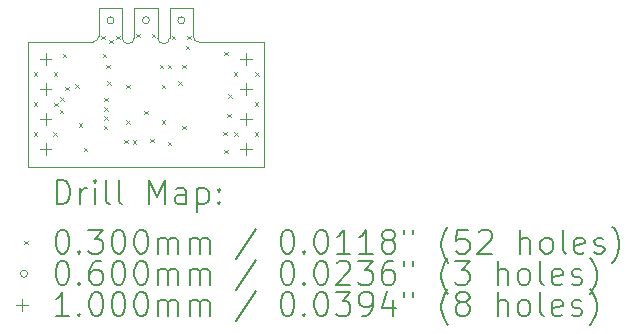
<source format=gbr>
%TF.GenerationSoftware,KiCad,Pcbnew,7.0.2-6a45011f42~172~ubuntu22.04.1*%
%TF.CreationDate,2023-05-29T23:15:50+12:00*%
%TF.ProjectId,THE_BRAWN-20A_LOGIC,5448455f-4252-4415-974e-2d3230415f4c,v2.0*%
%TF.SameCoordinates,Original*%
%TF.FileFunction,Drillmap*%
%TF.FilePolarity,Positive*%
%FSLAX45Y45*%
G04 Gerber Fmt 4.5, Leading zero omitted, Abs format (unit mm)*
G04 Created by KiCad (PCBNEW 7.0.2-6a45011f42~172~ubuntu22.04.1) date 2023-05-29 23:15:50*
%MOMM*%
%LPD*%
G01*
G04 APERTURE LIST*
%ADD10C,0.050000*%
%ADD11C,0.200000*%
%ADD12C,0.030000*%
%ADD13C,0.060000*%
%ADD14C,0.100000*%
G04 APERTURE END LIST*
D10*
X14650000Y-15120000D02*
X14450000Y-15120000D01*
X14350000Y-15370000D02*
X14350000Y-15120000D01*
X14950000Y-15120000D02*
X14950000Y-15355000D01*
X14150000Y-15120000D02*
X14150000Y-15355000D01*
X15550000Y-15405000D02*
X15550000Y-16460000D01*
X14950000Y-15355000D02*
G75*
G03*
X15000000Y-15405000I50000J0D01*
G01*
X14750000Y-15120000D02*
X14950000Y-15120000D01*
X13550000Y-15405000D02*
X13550000Y-16460000D01*
X14450000Y-15120000D02*
X14450000Y-15370000D01*
X14350000Y-15120000D02*
X14150000Y-15120000D01*
X14100000Y-15405000D02*
G75*
G03*
X14150000Y-15355000I0J50000D01*
G01*
X14700000Y-15420000D02*
G75*
G03*
X14750000Y-15370000I0J50000D01*
G01*
X14650000Y-15370000D02*
G75*
G03*
X14700000Y-15420000I50000J0D01*
G01*
X14750000Y-15120000D02*
X14750000Y-15370000D01*
X15550000Y-16460000D02*
X13550000Y-16460000D01*
X13550000Y-15405000D02*
X14100000Y-15405000D01*
X15000000Y-15405000D02*
X15550000Y-15405000D01*
X14400000Y-15420000D02*
G75*
G03*
X14450000Y-15370000I0J50000D01*
G01*
X14350000Y-15370000D02*
G75*
G03*
X14400000Y-15420000I50000J0D01*
G01*
X14650000Y-15370000D02*
X14650000Y-15120000D01*
D11*
D12*
X13600000Y-15662500D02*
X13630000Y-15692500D01*
X13630000Y-15662500D02*
X13600000Y-15692500D01*
X13600000Y-15915000D02*
X13630000Y-15945000D01*
X13630000Y-15915000D02*
X13600000Y-15945000D01*
X13600000Y-16170000D02*
X13630000Y-16200000D01*
X13630000Y-16170000D02*
X13600000Y-16200000D01*
X13767222Y-16170112D02*
X13797222Y-16200112D01*
X13797222Y-16170112D02*
X13767222Y-16200112D01*
X13770000Y-15662500D02*
X13800000Y-15692500D01*
X13800000Y-15662500D02*
X13770000Y-15692500D01*
X13772500Y-15917500D02*
X13802500Y-15947500D01*
X13802500Y-15917500D02*
X13772500Y-15947500D01*
X13819380Y-15977550D02*
X13849380Y-16007550D01*
X13849380Y-15977550D02*
X13819380Y-16007550D01*
X13824630Y-15870857D02*
X13854630Y-15900857D01*
X13854630Y-15870857D02*
X13824630Y-15900857D01*
X13845000Y-15505000D02*
X13875000Y-15535000D01*
X13875000Y-15505000D02*
X13845000Y-15535000D01*
X13864950Y-15783262D02*
X13894950Y-15813262D01*
X13894950Y-15783262D02*
X13864950Y-15813262D01*
X13950000Y-15760000D02*
X13980000Y-15790000D01*
X13980000Y-15760000D02*
X13950000Y-15790000D01*
X13982450Y-16092450D02*
X14012450Y-16122450D01*
X14012450Y-16092450D02*
X13982450Y-16122450D01*
X14022550Y-16300050D02*
X14052550Y-16330050D01*
X14052550Y-16300050D02*
X14022550Y-16330050D01*
X14170000Y-15349950D02*
X14200000Y-15379950D01*
X14200000Y-15349950D02*
X14170000Y-15379950D01*
X14185050Y-15504350D02*
X14215050Y-15534350D01*
X14215050Y-15504350D02*
X14185050Y-15534350D01*
X14192500Y-16115000D02*
X14222500Y-16145000D01*
X14222500Y-16115000D02*
X14192500Y-16145000D01*
X14195000Y-15875000D02*
X14225000Y-15905000D01*
X14225000Y-15875000D02*
X14195000Y-15905000D01*
X14195000Y-15955000D02*
X14225000Y-15985000D01*
X14225000Y-15955000D02*
X14195000Y-15985000D01*
X14195000Y-16035000D02*
X14225000Y-16065000D01*
X14225000Y-16035000D02*
X14195000Y-16065000D01*
X14215000Y-15595000D02*
X14245000Y-15625000D01*
X14245000Y-15595000D02*
X14215000Y-15625000D01*
X14220000Y-15735000D02*
X14250000Y-15765000D01*
X14250000Y-15735000D02*
X14220000Y-15765000D01*
X14236943Y-15385050D02*
X14266943Y-15415050D01*
X14266943Y-15385050D02*
X14236943Y-15415050D01*
X14297450Y-15349950D02*
X14327450Y-15379950D01*
X14327450Y-15349950D02*
X14297450Y-15379950D01*
X14365086Y-16232257D02*
X14395086Y-16262257D01*
X14395086Y-16232257D02*
X14365086Y-16262257D01*
X14385000Y-15765000D02*
X14415000Y-15795000D01*
X14415000Y-15765000D02*
X14385000Y-15795000D01*
X14385000Y-16065000D02*
X14415000Y-16095000D01*
X14415000Y-16065000D02*
X14385000Y-16095000D01*
X14440000Y-16235000D02*
X14470000Y-16265000D01*
X14470000Y-16235000D02*
X14440000Y-16265000D01*
X14470000Y-15335000D02*
X14500000Y-15365000D01*
X14500000Y-15335000D02*
X14470000Y-15365000D01*
X14535000Y-15985000D02*
X14565000Y-16015000D01*
X14565000Y-15985000D02*
X14535000Y-16015000D01*
X14585000Y-16225000D02*
X14615000Y-16255000D01*
X14615000Y-16225000D02*
X14585000Y-16255000D01*
X14600000Y-15335000D02*
X14630000Y-15365000D01*
X14630000Y-15335000D02*
X14600000Y-15365000D01*
X14665595Y-15594950D02*
X14695595Y-15624950D01*
X14695595Y-15594950D02*
X14665595Y-15624950D01*
X14685000Y-15765000D02*
X14715000Y-15795000D01*
X14715000Y-15765000D02*
X14685000Y-15795000D01*
X14685000Y-16065000D02*
X14715000Y-16095000D01*
X14715000Y-16065000D02*
X14685000Y-16095000D01*
X14735000Y-16250000D02*
X14765000Y-16280000D01*
X14765000Y-16250000D02*
X14735000Y-16280000D01*
X14735545Y-15595000D02*
X14765545Y-15625000D01*
X14765545Y-15595000D02*
X14735545Y-15625000D01*
X14770000Y-15349950D02*
X14800000Y-15379950D01*
X14800000Y-15349950D02*
X14770000Y-15379950D01*
X14825000Y-15735000D02*
X14855000Y-15765000D01*
X14855000Y-15735000D02*
X14825000Y-15765000D01*
X14855000Y-15595000D02*
X14885000Y-15625000D01*
X14885000Y-15595000D02*
X14855000Y-15625000D01*
X14855000Y-16115000D02*
X14885000Y-16145000D01*
X14885000Y-16115000D02*
X14855000Y-16145000D01*
X14884950Y-15434400D02*
X14914950Y-15464400D01*
X14914950Y-15434400D02*
X14884950Y-15464400D01*
X14900000Y-15350000D02*
X14930000Y-15380000D01*
X14930000Y-15350000D02*
X14900000Y-15380000D01*
X15205000Y-16165000D02*
X15235000Y-16195000D01*
X15235000Y-16165000D02*
X15205000Y-16195000D01*
X15215000Y-15485000D02*
X15245000Y-15515000D01*
X15245000Y-15485000D02*
X15215000Y-15515000D01*
X15215000Y-16315000D02*
X15245000Y-16345000D01*
X15245000Y-16315000D02*
X15215000Y-16345000D01*
X15240000Y-16010000D02*
X15270000Y-16040000D01*
X15270000Y-16010000D02*
X15240000Y-16040000D01*
X15245000Y-15845000D02*
X15275000Y-15875000D01*
X15275000Y-15845000D02*
X15245000Y-15875000D01*
X15292500Y-15662500D02*
X15322500Y-15692500D01*
X15322500Y-15662500D02*
X15292500Y-15692500D01*
X15297500Y-16170000D02*
X15327500Y-16200000D01*
X15327500Y-16170000D02*
X15297500Y-16200000D01*
X15472500Y-15915000D02*
X15502500Y-15945000D01*
X15502500Y-15915000D02*
X15472500Y-15945000D01*
X15472500Y-16170000D02*
X15502500Y-16200000D01*
X15502500Y-16170000D02*
X15472500Y-16200000D01*
X15475000Y-15660454D02*
X15505000Y-15690454D01*
X15505000Y-15660454D02*
X15475000Y-15690454D01*
D13*
X14280000Y-15220000D02*
G75*
G03*
X14280000Y-15220000I-30000J0D01*
G01*
X14580000Y-15220000D02*
G75*
G03*
X14580000Y-15220000I-30000J0D01*
G01*
X14880000Y-15220000D02*
G75*
G03*
X14880000Y-15220000I-30000J0D01*
G01*
D14*
X13700000Y-15500000D02*
X13700000Y-15600000D01*
X13650000Y-15550000D02*
X13750000Y-15550000D01*
X13700000Y-15754000D02*
X13700000Y-15854000D01*
X13650000Y-15804000D02*
X13750000Y-15804000D01*
X13700000Y-16008000D02*
X13700000Y-16108000D01*
X13650000Y-16058000D02*
X13750000Y-16058000D01*
X13700000Y-16262000D02*
X13700000Y-16362000D01*
X13650000Y-16312000D02*
X13750000Y-16312000D01*
X15400000Y-15500000D02*
X15400000Y-15600000D01*
X15350000Y-15550000D02*
X15450000Y-15550000D01*
X15400000Y-15754000D02*
X15400000Y-15854000D01*
X15350000Y-15804000D02*
X15450000Y-15804000D01*
X15400000Y-16008000D02*
X15400000Y-16108000D01*
X15350000Y-16058000D02*
X15450000Y-16058000D01*
X15400000Y-16262000D02*
X15400000Y-16362000D01*
X15350000Y-16312000D02*
X15450000Y-16312000D01*
D11*
X13795119Y-16775024D02*
X13795119Y-16575024D01*
X13795119Y-16575024D02*
X13842738Y-16575024D01*
X13842738Y-16575024D02*
X13871309Y-16584548D01*
X13871309Y-16584548D02*
X13890357Y-16603595D01*
X13890357Y-16603595D02*
X13899881Y-16622643D01*
X13899881Y-16622643D02*
X13909405Y-16660738D01*
X13909405Y-16660738D02*
X13909405Y-16689309D01*
X13909405Y-16689309D02*
X13899881Y-16727405D01*
X13899881Y-16727405D02*
X13890357Y-16746452D01*
X13890357Y-16746452D02*
X13871309Y-16765500D01*
X13871309Y-16765500D02*
X13842738Y-16775024D01*
X13842738Y-16775024D02*
X13795119Y-16775024D01*
X13995119Y-16775024D02*
X13995119Y-16641690D01*
X13995119Y-16679786D02*
X14004643Y-16660738D01*
X14004643Y-16660738D02*
X14014167Y-16651214D01*
X14014167Y-16651214D02*
X14033214Y-16641690D01*
X14033214Y-16641690D02*
X14052262Y-16641690D01*
X14118928Y-16775024D02*
X14118928Y-16641690D01*
X14118928Y-16575024D02*
X14109405Y-16584548D01*
X14109405Y-16584548D02*
X14118928Y-16594071D01*
X14118928Y-16594071D02*
X14128452Y-16584548D01*
X14128452Y-16584548D02*
X14118928Y-16575024D01*
X14118928Y-16575024D02*
X14118928Y-16594071D01*
X14242738Y-16775024D02*
X14223690Y-16765500D01*
X14223690Y-16765500D02*
X14214167Y-16746452D01*
X14214167Y-16746452D02*
X14214167Y-16575024D01*
X14347500Y-16775024D02*
X14328452Y-16765500D01*
X14328452Y-16765500D02*
X14318928Y-16746452D01*
X14318928Y-16746452D02*
X14318928Y-16575024D01*
X14576071Y-16775024D02*
X14576071Y-16575024D01*
X14576071Y-16575024D02*
X14642738Y-16717881D01*
X14642738Y-16717881D02*
X14709405Y-16575024D01*
X14709405Y-16575024D02*
X14709405Y-16775024D01*
X14890357Y-16775024D02*
X14890357Y-16670262D01*
X14890357Y-16670262D02*
X14880833Y-16651214D01*
X14880833Y-16651214D02*
X14861786Y-16641690D01*
X14861786Y-16641690D02*
X14823690Y-16641690D01*
X14823690Y-16641690D02*
X14804643Y-16651214D01*
X14890357Y-16765500D02*
X14871309Y-16775024D01*
X14871309Y-16775024D02*
X14823690Y-16775024D01*
X14823690Y-16775024D02*
X14804643Y-16765500D01*
X14804643Y-16765500D02*
X14795119Y-16746452D01*
X14795119Y-16746452D02*
X14795119Y-16727405D01*
X14795119Y-16727405D02*
X14804643Y-16708357D01*
X14804643Y-16708357D02*
X14823690Y-16698833D01*
X14823690Y-16698833D02*
X14871309Y-16698833D01*
X14871309Y-16698833D02*
X14890357Y-16689309D01*
X14985595Y-16641690D02*
X14985595Y-16841690D01*
X14985595Y-16651214D02*
X15004643Y-16641690D01*
X15004643Y-16641690D02*
X15042738Y-16641690D01*
X15042738Y-16641690D02*
X15061786Y-16651214D01*
X15061786Y-16651214D02*
X15071309Y-16660738D01*
X15071309Y-16660738D02*
X15080833Y-16679786D01*
X15080833Y-16679786D02*
X15080833Y-16736928D01*
X15080833Y-16736928D02*
X15071309Y-16755976D01*
X15071309Y-16755976D02*
X15061786Y-16765500D01*
X15061786Y-16765500D02*
X15042738Y-16775024D01*
X15042738Y-16775024D02*
X15004643Y-16775024D01*
X15004643Y-16775024D02*
X14985595Y-16765500D01*
X15166548Y-16755976D02*
X15176071Y-16765500D01*
X15176071Y-16765500D02*
X15166548Y-16775024D01*
X15166548Y-16775024D02*
X15157024Y-16765500D01*
X15157024Y-16765500D02*
X15166548Y-16755976D01*
X15166548Y-16755976D02*
X15166548Y-16775024D01*
X15166548Y-16651214D02*
X15176071Y-16660738D01*
X15176071Y-16660738D02*
X15166548Y-16670262D01*
X15166548Y-16670262D02*
X15157024Y-16660738D01*
X15157024Y-16660738D02*
X15166548Y-16651214D01*
X15166548Y-16651214D02*
X15166548Y-16670262D01*
D12*
X13517500Y-17087500D02*
X13547500Y-17117500D01*
X13547500Y-17087500D02*
X13517500Y-17117500D01*
D11*
X13833214Y-16995024D02*
X13852262Y-16995024D01*
X13852262Y-16995024D02*
X13871309Y-17004548D01*
X13871309Y-17004548D02*
X13880833Y-17014071D01*
X13880833Y-17014071D02*
X13890357Y-17033119D01*
X13890357Y-17033119D02*
X13899881Y-17071214D01*
X13899881Y-17071214D02*
X13899881Y-17118833D01*
X13899881Y-17118833D02*
X13890357Y-17156929D01*
X13890357Y-17156929D02*
X13880833Y-17175976D01*
X13880833Y-17175976D02*
X13871309Y-17185500D01*
X13871309Y-17185500D02*
X13852262Y-17195024D01*
X13852262Y-17195024D02*
X13833214Y-17195024D01*
X13833214Y-17195024D02*
X13814167Y-17185500D01*
X13814167Y-17185500D02*
X13804643Y-17175976D01*
X13804643Y-17175976D02*
X13795119Y-17156929D01*
X13795119Y-17156929D02*
X13785595Y-17118833D01*
X13785595Y-17118833D02*
X13785595Y-17071214D01*
X13785595Y-17071214D02*
X13795119Y-17033119D01*
X13795119Y-17033119D02*
X13804643Y-17014071D01*
X13804643Y-17014071D02*
X13814167Y-17004548D01*
X13814167Y-17004548D02*
X13833214Y-16995024D01*
X13985595Y-17175976D02*
X13995119Y-17185500D01*
X13995119Y-17185500D02*
X13985595Y-17195024D01*
X13985595Y-17195024D02*
X13976071Y-17185500D01*
X13976071Y-17185500D02*
X13985595Y-17175976D01*
X13985595Y-17175976D02*
X13985595Y-17195024D01*
X14061786Y-16995024D02*
X14185595Y-16995024D01*
X14185595Y-16995024D02*
X14118928Y-17071214D01*
X14118928Y-17071214D02*
X14147500Y-17071214D01*
X14147500Y-17071214D02*
X14166548Y-17080738D01*
X14166548Y-17080738D02*
X14176071Y-17090262D01*
X14176071Y-17090262D02*
X14185595Y-17109310D01*
X14185595Y-17109310D02*
X14185595Y-17156929D01*
X14185595Y-17156929D02*
X14176071Y-17175976D01*
X14176071Y-17175976D02*
X14166548Y-17185500D01*
X14166548Y-17185500D02*
X14147500Y-17195024D01*
X14147500Y-17195024D02*
X14090357Y-17195024D01*
X14090357Y-17195024D02*
X14071309Y-17185500D01*
X14071309Y-17185500D02*
X14061786Y-17175976D01*
X14309405Y-16995024D02*
X14328452Y-16995024D01*
X14328452Y-16995024D02*
X14347500Y-17004548D01*
X14347500Y-17004548D02*
X14357024Y-17014071D01*
X14357024Y-17014071D02*
X14366548Y-17033119D01*
X14366548Y-17033119D02*
X14376071Y-17071214D01*
X14376071Y-17071214D02*
X14376071Y-17118833D01*
X14376071Y-17118833D02*
X14366548Y-17156929D01*
X14366548Y-17156929D02*
X14357024Y-17175976D01*
X14357024Y-17175976D02*
X14347500Y-17185500D01*
X14347500Y-17185500D02*
X14328452Y-17195024D01*
X14328452Y-17195024D02*
X14309405Y-17195024D01*
X14309405Y-17195024D02*
X14290357Y-17185500D01*
X14290357Y-17185500D02*
X14280833Y-17175976D01*
X14280833Y-17175976D02*
X14271309Y-17156929D01*
X14271309Y-17156929D02*
X14261786Y-17118833D01*
X14261786Y-17118833D02*
X14261786Y-17071214D01*
X14261786Y-17071214D02*
X14271309Y-17033119D01*
X14271309Y-17033119D02*
X14280833Y-17014071D01*
X14280833Y-17014071D02*
X14290357Y-17004548D01*
X14290357Y-17004548D02*
X14309405Y-16995024D01*
X14499881Y-16995024D02*
X14518929Y-16995024D01*
X14518929Y-16995024D02*
X14537976Y-17004548D01*
X14537976Y-17004548D02*
X14547500Y-17014071D01*
X14547500Y-17014071D02*
X14557024Y-17033119D01*
X14557024Y-17033119D02*
X14566548Y-17071214D01*
X14566548Y-17071214D02*
X14566548Y-17118833D01*
X14566548Y-17118833D02*
X14557024Y-17156929D01*
X14557024Y-17156929D02*
X14547500Y-17175976D01*
X14547500Y-17175976D02*
X14537976Y-17185500D01*
X14537976Y-17185500D02*
X14518929Y-17195024D01*
X14518929Y-17195024D02*
X14499881Y-17195024D01*
X14499881Y-17195024D02*
X14480833Y-17185500D01*
X14480833Y-17185500D02*
X14471309Y-17175976D01*
X14471309Y-17175976D02*
X14461786Y-17156929D01*
X14461786Y-17156929D02*
X14452262Y-17118833D01*
X14452262Y-17118833D02*
X14452262Y-17071214D01*
X14452262Y-17071214D02*
X14461786Y-17033119D01*
X14461786Y-17033119D02*
X14471309Y-17014071D01*
X14471309Y-17014071D02*
X14480833Y-17004548D01*
X14480833Y-17004548D02*
X14499881Y-16995024D01*
X14652262Y-17195024D02*
X14652262Y-17061690D01*
X14652262Y-17080738D02*
X14661786Y-17071214D01*
X14661786Y-17071214D02*
X14680833Y-17061690D01*
X14680833Y-17061690D02*
X14709405Y-17061690D01*
X14709405Y-17061690D02*
X14728452Y-17071214D01*
X14728452Y-17071214D02*
X14737976Y-17090262D01*
X14737976Y-17090262D02*
X14737976Y-17195024D01*
X14737976Y-17090262D02*
X14747500Y-17071214D01*
X14747500Y-17071214D02*
X14766548Y-17061690D01*
X14766548Y-17061690D02*
X14795119Y-17061690D01*
X14795119Y-17061690D02*
X14814167Y-17071214D01*
X14814167Y-17071214D02*
X14823690Y-17090262D01*
X14823690Y-17090262D02*
X14823690Y-17195024D01*
X14918929Y-17195024D02*
X14918929Y-17061690D01*
X14918929Y-17080738D02*
X14928452Y-17071214D01*
X14928452Y-17071214D02*
X14947500Y-17061690D01*
X14947500Y-17061690D02*
X14976071Y-17061690D01*
X14976071Y-17061690D02*
X14995119Y-17071214D01*
X14995119Y-17071214D02*
X15004643Y-17090262D01*
X15004643Y-17090262D02*
X15004643Y-17195024D01*
X15004643Y-17090262D02*
X15014167Y-17071214D01*
X15014167Y-17071214D02*
X15033214Y-17061690D01*
X15033214Y-17061690D02*
X15061786Y-17061690D01*
X15061786Y-17061690D02*
X15080833Y-17071214D01*
X15080833Y-17071214D02*
X15090357Y-17090262D01*
X15090357Y-17090262D02*
X15090357Y-17195024D01*
X15480833Y-16985500D02*
X15309405Y-17242643D01*
X15737976Y-16995024D02*
X15757024Y-16995024D01*
X15757024Y-16995024D02*
X15776072Y-17004548D01*
X15776072Y-17004548D02*
X15785595Y-17014071D01*
X15785595Y-17014071D02*
X15795119Y-17033119D01*
X15795119Y-17033119D02*
X15804643Y-17071214D01*
X15804643Y-17071214D02*
X15804643Y-17118833D01*
X15804643Y-17118833D02*
X15795119Y-17156929D01*
X15795119Y-17156929D02*
X15785595Y-17175976D01*
X15785595Y-17175976D02*
X15776072Y-17185500D01*
X15776072Y-17185500D02*
X15757024Y-17195024D01*
X15757024Y-17195024D02*
X15737976Y-17195024D01*
X15737976Y-17195024D02*
X15718929Y-17185500D01*
X15718929Y-17185500D02*
X15709405Y-17175976D01*
X15709405Y-17175976D02*
X15699881Y-17156929D01*
X15699881Y-17156929D02*
X15690357Y-17118833D01*
X15690357Y-17118833D02*
X15690357Y-17071214D01*
X15690357Y-17071214D02*
X15699881Y-17033119D01*
X15699881Y-17033119D02*
X15709405Y-17014071D01*
X15709405Y-17014071D02*
X15718929Y-17004548D01*
X15718929Y-17004548D02*
X15737976Y-16995024D01*
X15890357Y-17175976D02*
X15899881Y-17185500D01*
X15899881Y-17185500D02*
X15890357Y-17195024D01*
X15890357Y-17195024D02*
X15880833Y-17185500D01*
X15880833Y-17185500D02*
X15890357Y-17175976D01*
X15890357Y-17175976D02*
X15890357Y-17195024D01*
X16023691Y-16995024D02*
X16042738Y-16995024D01*
X16042738Y-16995024D02*
X16061786Y-17004548D01*
X16061786Y-17004548D02*
X16071310Y-17014071D01*
X16071310Y-17014071D02*
X16080833Y-17033119D01*
X16080833Y-17033119D02*
X16090357Y-17071214D01*
X16090357Y-17071214D02*
X16090357Y-17118833D01*
X16090357Y-17118833D02*
X16080833Y-17156929D01*
X16080833Y-17156929D02*
X16071310Y-17175976D01*
X16071310Y-17175976D02*
X16061786Y-17185500D01*
X16061786Y-17185500D02*
X16042738Y-17195024D01*
X16042738Y-17195024D02*
X16023691Y-17195024D01*
X16023691Y-17195024D02*
X16004643Y-17185500D01*
X16004643Y-17185500D02*
X15995119Y-17175976D01*
X15995119Y-17175976D02*
X15985595Y-17156929D01*
X15985595Y-17156929D02*
X15976072Y-17118833D01*
X15976072Y-17118833D02*
X15976072Y-17071214D01*
X15976072Y-17071214D02*
X15985595Y-17033119D01*
X15985595Y-17033119D02*
X15995119Y-17014071D01*
X15995119Y-17014071D02*
X16004643Y-17004548D01*
X16004643Y-17004548D02*
X16023691Y-16995024D01*
X16280833Y-17195024D02*
X16166548Y-17195024D01*
X16223691Y-17195024D02*
X16223691Y-16995024D01*
X16223691Y-16995024D02*
X16204643Y-17023595D01*
X16204643Y-17023595D02*
X16185595Y-17042643D01*
X16185595Y-17042643D02*
X16166548Y-17052167D01*
X16471310Y-17195024D02*
X16357024Y-17195024D01*
X16414167Y-17195024D02*
X16414167Y-16995024D01*
X16414167Y-16995024D02*
X16395119Y-17023595D01*
X16395119Y-17023595D02*
X16376072Y-17042643D01*
X16376072Y-17042643D02*
X16357024Y-17052167D01*
X16585595Y-17080738D02*
X16566548Y-17071214D01*
X16566548Y-17071214D02*
X16557024Y-17061690D01*
X16557024Y-17061690D02*
X16547500Y-17042643D01*
X16547500Y-17042643D02*
X16547500Y-17033119D01*
X16547500Y-17033119D02*
X16557024Y-17014071D01*
X16557024Y-17014071D02*
X16566548Y-17004548D01*
X16566548Y-17004548D02*
X16585595Y-16995024D01*
X16585595Y-16995024D02*
X16623691Y-16995024D01*
X16623691Y-16995024D02*
X16642738Y-17004548D01*
X16642738Y-17004548D02*
X16652262Y-17014071D01*
X16652262Y-17014071D02*
X16661786Y-17033119D01*
X16661786Y-17033119D02*
X16661786Y-17042643D01*
X16661786Y-17042643D02*
X16652262Y-17061690D01*
X16652262Y-17061690D02*
X16642738Y-17071214D01*
X16642738Y-17071214D02*
X16623691Y-17080738D01*
X16623691Y-17080738D02*
X16585595Y-17080738D01*
X16585595Y-17080738D02*
X16566548Y-17090262D01*
X16566548Y-17090262D02*
X16557024Y-17099786D01*
X16557024Y-17099786D02*
X16547500Y-17118833D01*
X16547500Y-17118833D02*
X16547500Y-17156929D01*
X16547500Y-17156929D02*
X16557024Y-17175976D01*
X16557024Y-17175976D02*
X16566548Y-17185500D01*
X16566548Y-17185500D02*
X16585595Y-17195024D01*
X16585595Y-17195024D02*
X16623691Y-17195024D01*
X16623691Y-17195024D02*
X16642738Y-17185500D01*
X16642738Y-17185500D02*
X16652262Y-17175976D01*
X16652262Y-17175976D02*
X16661786Y-17156929D01*
X16661786Y-17156929D02*
X16661786Y-17118833D01*
X16661786Y-17118833D02*
X16652262Y-17099786D01*
X16652262Y-17099786D02*
X16642738Y-17090262D01*
X16642738Y-17090262D02*
X16623691Y-17080738D01*
X16737976Y-16995024D02*
X16737976Y-17033119D01*
X16814167Y-16995024D02*
X16814167Y-17033119D01*
X17109405Y-17271214D02*
X17099881Y-17261690D01*
X17099881Y-17261690D02*
X17080834Y-17233119D01*
X17080834Y-17233119D02*
X17071310Y-17214071D01*
X17071310Y-17214071D02*
X17061786Y-17185500D01*
X17061786Y-17185500D02*
X17052262Y-17137881D01*
X17052262Y-17137881D02*
X17052262Y-17099786D01*
X17052262Y-17099786D02*
X17061786Y-17052167D01*
X17061786Y-17052167D02*
X17071310Y-17023595D01*
X17071310Y-17023595D02*
X17080834Y-17004548D01*
X17080834Y-17004548D02*
X17099881Y-16975976D01*
X17099881Y-16975976D02*
X17109405Y-16966452D01*
X17280834Y-16995024D02*
X17185596Y-16995024D01*
X17185596Y-16995024D02*
X17176072Y-17090262D01*
X17176072Y-17090262D02*
X17185596Y-17080738D01*
X17185596Y-17080738D02*
X17204643Y-17071214D01*
X17204643Y-17071214D02*
X17252262Y-17071214D01*
X17252262Y-17071214D02*
X17271310Y-17080738D01*
X17271310Y-17080738D02*
X17280834Y-17090262D01*
X17280834Y-17090262D02*
X17290357Y-17109310D01*
X17290357Y-17109310D02*
X17290357Y-17156929D01*
X17290357Y-17156929D02*
X17280834Y-17175976D01*
X17280834Y-17175976D02*
X17271310Y-17185500D01*
X17271310Y-17185500D02*
X17252262Y-17195024D01*
X17252262Y-17195024D02*
X17204643Y-17195024D01*
X17204643Y-17195024D02*
X17185596Y-17185500D01*
X17185596Y-17185500D02*
X17176072Y-17175976D01*
X17366548Y-17014071D02*
X17376072Y-17004548D01*
X17376072Y-17004548D02*
X17395119Y-16995024D01*
X17395119Y-16995024D02*
X17442738Y-16995024D01*
X17442738Y-16995024D02*
X17461786Y-17004548D01*
X17461786Y-17004548D02*
X17471310Y-17014071D01*
X17471310Y-17014071D02*
X17480834Y-17033119D01*
X17480834Y-17033119D02*
X17480834Y-17052167D01*
X17480834Y-17052167D02*
X17471310Y-17080738D01*
X17471310Y-17080738D02*
X17357024Y-17195024D01*
X17357024Y-17195024D02*
X17480834Y-17195024D01*
X17718929Y-17195024D02*
X17718929Y-16995024D01*
X17804643Y-17195024D02*
X17804643Y-17090262D01*
X17804643Y-17090262D02*
X17795119Y-17071214D01*
X17795119Y-17071214D02*
X17776072Y-17061690D01*
X17776072Y-17061690D02*
X17747500Y-17061690D01*
X17747500Y-17061690D02*
X17728453Y-17071214D01*
X17728453Y-17071214D02*
X17718929Y-17080738D01*
X17928453Y-17195024D02*
X17909405Y-17185500D01*
X17909405Y-17185500D02*
X17899881Y-17175976D01*
X17899881Y-17175976D02*
X17890358Y-17156929D01*
X17890358Y-17156929D02*
X17890358Y-17099786D01*
X17890358Y-17099786D02*
X17899881Y-17080738D01*
X17899881Y-17080738D02*
X17909405Y-17071214D01*
X17909405Y-17071214D02*
X17928453Y-17061690D01*
X17928453Y-17061690D02*
X17957024Y-17061690D01*
X17957024Y-17061690D02*
X17976072Y-17071214D01*
X17976072Y-17071214D02*
X17985596Y-17080738D01*
X17985596Y-17080738D02*
X17995119Y-17099786D01*
X17995119Y-17099786D02*
X17995119Y-17156929D01*
X17995119Y-17156929D02*
X17985596Y-17175976D01*
X17985596Y-17175976D02*
X17976072Y-17185500D01*
X17976072Y-17185500D02*
X17957024Y-17195024D01*
X17957024Y-17195024D02*
X17928453Y-17195024D01*
X18109405Y-17195024D02*
X18090358Y-17185500D01*
X18090358Y-17185500D02*
X18080834Y-17166452D01*
X18080834Y-17166452D02*
X18080834Y-16995024D01*
X18261786Y-17185500D02*
X18242739Y-17195024D01*
X18242739Y-17195024D02*
X18204643Y-17195024D01*
X18204643Y-17195024D02*
X18185596Y-17185500D01*
X18185596Y-17185500D02*
X18176072Y-17166452D01*
X18176072Y-17166452D02*
X18176072Y-17090262D01*
X18176072Y-17090262D02*
X18185596Y-17071214D01*
X18185596Y-17071214D02*
X18204643Y-17061690D01*
X18204643Y-17061690D02*
X18242739Y-17061690D01*
X18242739Y-17061690D02*
X18261786Y-17071214D01*
X18261786Y-17071214D02*
X18271310Y-17090262D01*
X18271310Y-17090262D02*
X18271310Y-17109310D01*
X18271310Y-17109310D02*
X18176072Y-17128357D01*
X18347500Y-17185500D02*
X18366548Y-17195024D01*
X18366548Y-17195024D02*
X18404643Y-17195024D01*
X18404643Y-17195024D02*
X18423691Y-17185500D01*
X18423691Y-17185500D02*
X18433215Y-17166452D01*
X18433215Y-17166452D02*
X18433215Y-17156929D01*
X18433215Y-17156929D02*
X18423691Y-17137881D01*
X18423691Y-17137881D02*
X18404643Y-17128357D01*
X18404643Y-17128357D02*
X18376072Y-17128357D01*
X18376072Y-17128357D02*
X18357024Y-17118833D01*
X18357024Y-17118833D02*
X18347500Y-17099786D01*
X18347500Y-17099786D02*
X18347500Y-17090262D01*
X18347500Y-17090262D02*
X18357024Y-17071214D01*
X18357024Y-17071214D02*
X18376072Y-17061690D01*
X18376072Y-17061690D02*
X18404643Y-17061690D01*
X18404643Y-17061690D02*
X18423691Y-17071214D01*
X18499881Y-17271214D02*
X18509405Y-17261690D01*
X18509405Y-17261690D02*
X18528453Y-17233119D01*
X18528453Y-17233119D02*
X18537977Y-17214071D01*
X18537977Y-17214071D02*
X18547500Y-17185500D01*
X18547500Y-17185500D02*
X18557024Y-17137881D01*
X18557024Y-17137881D02*
X18557024Y-17099786D01*
X18557024Y-17099786D02*
X18547500Y-17052167D01*
X18547500Y-17052167D02*
X18537977Y-17023595D01*
X18537977Y-17023595D02*
X18528453Y-17004548D01*
X18528453Y-17004548D02*
X18509405Y-16975976D01*
X18509405Y-16975976D02*
X18499881Y-16966452D01*
D13*
X13547500Y-17366500D02*
G75*
G03*
X13547500Y-17366500I-30000J0D01*
G01*
D11*
X13833214Y-17259024D02*
X13852262Y-17259024D01*
X13852262Y-17259024D02*
X13871309Y-17268548D01*
X13871309Y-17268548D02*
X13880833Y-17278071D01*
X13880833Y-17278071D02*
X13890357Y-17297119D01*
X13890357Y-17297119D02*
X13899881Y-17335214D01*
X13899881Y-17335214D02*
X13899881Y-17382833D01*
X13899881Y-17382833D02*
X13890357Y-17420929D01*
X13890357Y-17420929D02*
X13880833Y-17439976D01*
X13880833Y-17439976D02*
X13871309Y-17449500D01*
X13871309Y-17449500D02*
X13852262Y-17459024D01*
X13852262Y-17459024D02*
X13833214Y-17459024D01*
X13833214Y-17459024D02*
X13814167Y-17449500D01*
X13814167Y-17449500D02*
X13804643Y-17439976D01*
X13804643Y-17439976D02*
X13795119Y-17420929D01*
X13795119Y-17420929D02*
X13785595Y-17382833D01*
X13785595Y-17382833D02*
X13785595Y-17335214D01*
X13785595Y-17335214D02*
X13795119Y-17297119D01*
X13795119Y-17297119D02*
X13804643Y-17278071D01*
X13804643Y-17278071D02*
X13814167Y-17268548D01*
X13814167Y-17268548D02*
X13833214Y-17259024D01*
X13985595Y-17439976D02*
X13995119Y-17449500D01*
X13995119Y-17449500D02*
X13985595Y-17459024D01*
X13985595Y-17459024D02*
X13976071Y-17449500D01*
X13976071Y-17449500D02*
X13985595Y-17439976D01*
X13985595Y-17439976D02*
X13985595Y-17459024D01*
X14166548Y-17259024D02*
X14128452Y-17259024D01*
X14128452Y-17259024D02*
X14109405Y-17268548D01*
X14109405Y-17268548D02*
X14099881Y-17278071D01*
X14099881Y-17278071D02*
X14080833Y-17306643D01*
X14080833Y-17306643D02*
X14071309Y-17344738D01*
X14071309Y-17344738D02*
X14071309Y-17420929D01*
X14071309Y-17420929D02*
X14080833Y-17439976D01*
X14080833Y-17439976D02*
X14090357Y-17449500D01*
X14090357Y-17449500D02*
X14109405Y-17459024D01*
X14109405Y-17459024D02*
X14147500Y-17459024D01*
X14147500Y-17459024D02*
X14166548Y-17449500D01*
X14166548Y-17449500D02*
X14176071Y-17439976D01*
X14176071Y-17439976D02*
X14185595Y-17420929D01*
X14185595Y-17420929D02*
X14185595Y-17373310D01*
X14185595Y-17373310D02*
X14176071Y-17354262D01*
X14176071Y-17354262D02*
X14166548Y-17344738D01*
X14166548Y-17344738D02*
X14147500Y-17335214D01*
X14147500Y-17335214D02*
X14109405Y-17335214D01*
X14109405Y-17335214D02*
X14090357Y-17344738D01*
X14090357Y-17344738D02*
X14080833Y-17354262D01*
X14080833Y-17354262D02*
X14071309Y-17373310D01*
X14309405Y-17259024D02*
X14328452Y-17259024D01*
X14328452Y-17259024D02*
X14347500Y-17268548D01*
X14347500Y-17268548D02*
X14357024Y-17278071D01*
X14357024Y-17278071D02*
X14366548Y-17297119D01*
X14366548Y-17297119D02*
X14376071Y-17335214D01*
X14376071Y-17335214D02*
X14376071Y-17382833D01*
X14376071Y-17382833D02*
X14366548Y-17420929D01*
X14366548Y-17420929D02*
X14357024Y-17439976D01*
X14357024Y-17439976D02*
X14347500Y-17449500D01*
X14347500Y-17449500D02*
X14328452Y-17459024D01*
X14328452Y-17459024D02*
X14309405Y-17459024D01*
X14309405Y-17459024D02*
X14290357Y-17449500D01*
X14290357Y-17449500D02*
X14280833Y-17439976D01*
X14280833Y-17439976D02*
X14271309Y-17420929D01*
X14271309Y-17420929D02*
X14261786Y-17382833D01*
X14261786Y-17382833D02*
X14261786Y-17335214D01*
X14261786Y-17335214D02*
X14271309Y-17297119D01*
X14271309Y-17297119D02*
X14280833Y-17278071D01*
X14280833Y-17278071D02*
X14290357Y-17268548D01*
X14290357Y-17268548D02*
X14309405Y-17259024D01*
X14499881Y-17259024D02*
X14518929Y-17259024D01*
X14518929Y-17259024D02*
X14537976Y-17268548D01*
X14537976Y-17268548D02*
X14547500Y-17278071D01*
X14547500Y-17278071D02*
X14557024Y-17297119D01*
X14557024Y-17297119D02*
X14566548Y-17335214D01*
X14566548Y-17335214D02*
X14566548Y-17382833D01*
X14566548Y-17382833D02*
X14557024Y-17420929D01*
X14557024Y-17420929D02*
X14547500Y-17439976D01*
X14547500Y-17439976D02*
X14537976Y-17449500D01*
X14537976Y-17449500D02*
X14518929Y-17459024D01*
X14518929Y-17459024D02*
X14499881Y-17459024D01*
X14499881Y-17459024D02*
X14480833Y-17449500D01*
X14480833Y-17449500D02*
X14471309Y-17439976D01*
X14471309Y-17439976D02*
X14461786Y-17420929D01*
X14461786Y-17420929D02*
X14452262Y-17382833D01*
X14452262Y-17382833D02*
X14452262Y-17335214D01*
X14452262Y-17335214D02*
X14461786Y-17297119D01*
X14461786Y-17297119D02*
X14471309Y-17278071D01*
X14471309Y-17278071D02*
X14480833Y-17268548D01*
X14480833Y-17268548D02*
X14499881Y-17259024D01*
X14652262Y-17459024D02*
X14652262Y-17325690D01*
X14652262Y-17344738D02*
X14661786Y-17335214D01*
X14661786Y-17335214D02*
X14680833Y-17325690D01*
X14680833Y-17325690D02*
X14709405Y-17325690D01*
X14709405Y-17325690D02*
X14728452Y-17335214D01*
X14728452Y-17335214D02*
X14737976Y-17354262D01*
X14737976Y-17354262D02*
X14737976Y-17459024D01*
X14737976Y-17354262D02*
X14747500Y-17335214D01*
X14747500Y-17335214D02*
X14766548Y-17325690D01*
X14766548Y-17325690D02*
X14795119Y-17325690D01*
X14795119Y-17325690D02*
X14814167Y-17335214D01*
X14814167Y-17335214D02*
X14823690Y-17354262D01*
X14823690Y-17354262D02*
X14823690Y-17459024D01*
X14918929Y-17459024D02*
X14918929Y-17325690D01*
X14918929Y-17344738D02*
X14928452Y-17335214D01*
X14928452Y-17335214D02*
X14947500Y-17325690D01*
X14947500Y-17325690D02*
X14976071Y-17325690D01*
X14976071Y-17325690D02*
X14995119Y-17335214D01*
X14995119Y-17335214D02*
X15004643Y-17354262D01*
X15004643Y-17354262D02*
X15004643Y-17459024D01*
X15004643Y-17354262D02*
X15014167Y-17335214D01*
X15014167Y-17335214D02*
X15033214Y-17325690D01*
X15033214Y-17325690D02*
X15061786Y-17325690D01*
X15061786Y-17325690D02*
X15080833Y-17335214D01*
X15080833Y-17335214D02*
X15090357Y-17354262D01*
X15090357Y-17354262D02*
X15090357Y-17459024D01*
X15480833Y-17249500D02*
X15309405Y-17506643D01*
X15737976Y-17259024D02*
X15757024Y-17259024D01*
X15757024Y-17259024D02*
X15776072Y-17268548D01*
X15776072Y-17268548D02*
X15785595Y-17278071D01*
X15785595Y-17278071D02*
X15795119Y-17297119D01*
X15795119Y-17297119D02*
X15804643Y-17335214D01*
X15804643Y-17335214D02*
X15804643Y-17382833D01*
X15804643Y-17382833D02*
X15795119Y-17420929D01*
X15795119Y-17420929D02*
X15785595Y-17439976D01*
X15785595Y-17439976D02*
X15776072Y-17449500D01*
X15776072Y-17449500D02*
X15757024Y-17459024D01*
X15757024Y-17459024D02*
X15737976Y-17459024D01*
X15737976Y-17459024D02*
X15718929Y-17449500D01*
X15718929Y-17449500D02*
X15709405Y-17439976D01*
X15709405Y-17439976D02*
X15699881Y-17420929D01*
X15699881Y-17420929D02*
X15690357Y-17382833D01*
X15690357Y-17382833D02*
X15690357Y-17335214D01*
X15690357Y-17335214D02*
X15699881Y-17297119D01*
X15699881Y-17297119D02*
X15709405Y-17278071D01*
X15709405Y-17278071D02*
X15718929Y-17268548D01*
X15718929Y-17268548D02*
X15737976Y-17259024D01*
X15890357Y-17439976D02*
X15899881Y-17449500D01*
X15899881Y-17449500D02*
X15890357Y-17459024D01*
X15890357Y-17459024D02*
X15880833Y-17449500D01*
X15880833Y-17449500D02*
X15890357Y-17439976D01*
X15890357Y-17439976D02*
X15890357Y-17459024D01*
X16023691Y-17259024D02*
X16042738Y-17259024D01*
X16042738Y-17259024D02*
X16061786Y-17268548D01*
X16061786Y-17268548D02*
X16071310Y-17278071D01*
X16071310Y-17278071D02*
X16080833Y-17297119D01*
X16080833Y-17297119D02*
X16090357Y-17335214D01*
X16090357Y-17335214D02*
X16090357Y-17382833D01*
X16090357Y-17382833D02*
X16080833Y-17420929D01*
X16080833Y-17420929D02*
X16071310Y-17439976D01*
X16071310Y-17439976D02*
X16061786Y-17449500D01*
X16061786Y-17449500D02*
X16042738Y-17459024D01*
X16042738Y-17459024D02*
X16023691Y-17459024D01*
X16023691Y-17459024D02*
X16004643Y-17449500D01*
X16004643Y-17449500D02*
X15995119Y-17439976D01*
X15995119Y-17439976D02*
X15985595Y-17420929D01*
X15985595Y-17420929D02*
X15976072Y-17382833D01*
X15976072Y-17382833D02*
X15976072Y-17335214D01*
X15976072Y-17335214D02*
X15985595Y-17297119D01*
X15985595Y-17297119D02*
X15995119Y-17278071D01*
X15995119Y-17278071D02*
X16004643Y-17268548D01*
X16004643Y-17268548D02*
X16023691Y-17259024D01*
X16166548Y-17278071D02*
X16176072Y-17268548D01*
X16176072Y-17268548D02*
X16195119Y-17259024D01*
X16195119Y-17259024D02*
X16242738Y-17259024D01*
X16242738Y-17259024D02*
X16261786Y-17268548D01*
X16261786Y-17268548D02*
X16271310Y-17278071D01*
X16271310Y-17278071D02*
X16280833Y-17297119D01*
X16280833Y-17297119D02*
X16280833Y-17316167D01*
X16280833Y-17316167D02*
X16271310Y-17344738D01*
X16271310Y-17344738D02*
X16157024Y-17459024D01*
X16157024Y-17459024D02*
X16280833Y-17459024D01*
X16347500Y-17259024D02*
X16471310Y-17259024D01*
X16471310Y-17259024D02*
X16404643Y-17335214D01*
X16404643Y-17335214D02*
X16433214Y-17335214D01*
X16433214Y-17335214D02*
X16452262Y-17344738D01*
X16452262Y-17344738D02*
X16461786Y-17354262D01*
X16461786Y-17354262D02*
X16471310Y-17373310D01*
X16471310Y-17373310D02*
X16471310Y-17420929D01*
X16471310Y-17420929D02*
X16461786Y-17439976D01*
X16461786Y-17439976D02*
X16452262Y-17449500D01*
X16452262Y-17449500D02*
X16433214Y-17459024D01*
X16433214Y-17459024D02*
X16376072Y-17459024D01*
X16376072Y-17459024D02*
X16357024Y-17449500D01*
X16357024Y-17449500D02*
X16347500Y-17439976D01*
X16642738Y-17259024D02*
X16604643Y-17259024D01*
X16604643Y-17259024D02*
X16585595Y-17268548D01*
X16585595Y-17268548D02*
X16576072Y-17278071D01*
X16576072Y-17278071D02*
X16557024Y-17306643D01*
X16557024Y-17306643D02*
X16547500Y-17344738D01*
X16547500Y-17344738D02*
X16547500Y-17420929D01*
X16547500Y-17420929D02*
X16557024Y-17439976D01*
X16557024Y-17439976D02*
X16566548Y-17449500D01*
X16566548Y-17449500D02*
X16585595Y-17459024D01*
X16585595Y-17459024D02*
X16623691Y-17459024D01*
X16623691Y-17459024D02*
X16642738Y-17449500D01*
X16642738Y-17449500D02*
X16652262Y-17439976D01*
X16652262Y-17439976D02*
X16661786Y-17420929D01*
X16661786Y-17420929D02*
X16661786Y-17373310D01*
X16661786Y-17373310D02*
X16652262Y-17354262D01*
X16652262Y-17354262D02*
X16642738Y-17344738D01*
X16642738Y-17344738D02*
X16623691Y-17335214D01*
X16623691Y-17335214D02*
X16585595Y-17335214D01*
X16585595Y-17335214D02*
X16566548Y-17344738D01*
X16566548Y-17344738D02*
X16557024Y-17354262D01*
X16557024Y-17354262D02*
X16547500Y-17373310D01*
X16737976Y-17259024D02*
X16737976Y-17297119D01*
X16814167Y-17259024D02*
X16814167Y-17297119D01*
X17109405Y-17535214D02*
X17099881Y-17525690D01*
X17099881Y-17525690D02*
X17080834Y-17497119D01*
X17080834Y-17497119D02*
X17071310Y-17478071D01*
X17071310Y-17478071D02*
X17061786Y-17449500D01*
X17061786Y-17449500D02*
X17052262Y-17401881D01*
X17052262Y-17401881D02*
X17052262Y-17363786D01*
X17052262Y-17363786D02*
X17061786Y-17316167D01*
X17061786Y-17316167D02*
X17071310Y-17287595D01*
X17071310Y-17287595D02*
X17080834Y-17268548D01*
X17080834Y-17268548D02*
X17099881Y-17239976D01*
X17099881Y-17239976D02*
X17109405Y-17230452D01*
X17166548Y-17259024D02*
X17290357Y-17259024D01*
X17290357Y-17259024D02*
X17223691Y-17335214D01*
X17223691Y-17335214D02*
X17252262Y-17335214D01*
X17252262Y-17335214D02*
X17271310Y-17344738D01*
X17271310Y-17344738D02*
X17280834Y-17354262D01*
X17280834Y-17354262D02*
X17290357Y-17373310D01*
X17290357Y-17373310D02*
X17290357Y-17420929D01*
X17290357Y-17420929D02*
X17280834Y-17439976D01*
X17280834Y-17439976D02*
X17271310Y-17449500D01*
X17271310Y-17449500D02*
X17252262Y-17459024D01*
X17252262Y-17459024D02*
X17195119Y-17459024D01*
X17195119Y-17459024D02*
X17176072Y-17449500D01*
X17176072Y-17449500D02*
X17166548Y-17439976D01*
X17528453Y-17459024D02*
X17528453Y-17259024D01*
X17614167Y-17459024D02*
X17614167Y-17354262D01*
X17614167Y-17354262D02*
X17604643Y-17335214D01*
X17604643Y-17335214D02*
X17585596Y-17325690D01*
X17585596Y-17325690D02*
X17557024Y-17325690D01*
X17557024Y-17325690D02*
X17537977Y-17335214D01*
X17537977Y-17335214D02*
X17528453Y-17344738D01*
X17737977Y-17459024D02*
X17718929Y-17449500D01*
X17718929Y-17449500D02*
X17709405Y-17439976D01*
X17709405Y-17439976D02*
X17699881Y-17420929D01*
X17699881Y-17420929D02*
X17699881Y-17363786D01*
X17699881Y-17363786D02*
X17709405Y-17344738D01*
X17709405Y-17344738D02*
X17718929Y-17335214D01*
X17718929Y-17335214D02*
X17737977Y-17325690D01*
X17737977Y-17325690D02*
X17766548Y-17325690D01*
X17766548Y-17325690D02*
X17785596Y-17335214D01*
X17785596Y-17335214D02*
X17795119Y-17344738D01*
X17795119Y-17344738D02*
X17804643Y-17363786D01*
X17804643Y-17363786D02*
X17804643Y-17420929D01*
X17804643Y-17420929D02*
X17795119Y-17439976D01*
X17795119Y-17439976D02*
X17785596Y-17449500D01*
X17785596Y-17449500D02*
X17766548Y-17459024D01*
X17766548Y-17459024D02*
X17737977Y-17459024D01*
X17918929Y-17459024D02*
X17899881Y-17449500D01*
X17899881Y-17449500D02*
X17890358Y-17430452D01*
X17890358Y-17430452D02*
X17890358Y-17259024D01*
X18071310Y-17449500D02*
X18052262Y-17459024D01*
X18052262Y-17459024D02*
X18014167Y-17459024D01*
X18014167Y-17459024D02*
X17995119Y-17449500D01*
X17995119Y-17449500D02*
X17985596Y-17430452D01*
X17985596Y-17430452D02*
X17985596Y-17354262D01*
X17985596Y-17354262D02*
X17995119Y-17335214D01*
X17995119Y-17335214D02*
X18014167Y-17325690D01*
X18014167Y-17325690D02*
X18052262Y-17325690D01*
X18052262Y-17325690D02*
X18071310Y-17335214D01*
X18071310Y-17335214D02*
X18080834Y-17354262D01*
X18080834Y-17354262D02*
X18080834Y-17373310D01*
X18080834Y-17373310D02*
X17985596Y-17392357D01*
X18157024Y-17449500D02*
X18176072Y-17459024D01*
X18176072Y-17459024D02*
X18214167Y-17459024D01*
X18214167Y-17459024D02*
X18233215Y-17449500D01*
X18233215Y-17449500D02*
X18242739Y-17430452D01*
X18242739Y-17430452D02*
X18242739Y-17420929D01*
X18242739Y-17420929D02*
X18233215Y-17401881D01*
X18233215Y-17401881D02*
X18214167Y-17392357D01*
X18214167Y-17392357D02*
X18185596Y-17392357D01*
X18185596Y-17392357D02*
X18166548Y-17382833D01*
X18166548Y-17382833D02*
X18157024Y-17363786D01*
X18157024Y-17363786D02*
X18157024Y-17354262D01*
X18157024Y-17354262D02*
X18166548Y-17335214D01*
X18166548Y-17335214D02*
X18185596Y-17325690D01*
X18185596Y-17325690D02*
X18214167Y-17325690D01*
X18214167Y-17325690D02*
X18233215Y-17335214D01*
X18309405Y-17535214D02*
X18318929Y-17525690D01*
X18318929Y-17525690D02*
X18337977Y-17497119D01*
X18337977Y-17497119D02*
X18347500Y-17478071D01*
X18347500Y-17478071D02*
X18357024Y-17449500D01*
X18357024Y-17449500D02*
X18366548Y-17401881D01*
X18366548Y-17401881D02*
X18366548Y-17363786D01*
X18366548Y-17363786D02*
X18357024Y-17316167D01*
X18357024Y-17316167D02*
X18347500Y-17287595D01*
X18347500Y-17287595D02*
X18337977Y-17268548D01*
X18337977Y-17268548D02*
X18318929Y-17239976D01*
X18318929Y-17239976D02*
X18309405Y-17230452D01*
D14*
X13497500Y-17580500D02*
X13497500Y-17680500D01*
X13447500Y-17630500D02*
X13547500Y-17630500D01*
D11*
X13899881Y-17723024D02*
X13785595Y-17723024D01*
X13842738Y-17723024D02*
X13842738Y-17523024D01*
X13842738Y-17523024D02*
X13823690Y-17551595D01*
X13823690Y-17551595D02*
X13804643Y-17570643D01*
X13804643Y-17570643D02*
X13785595Y-17580167D01*
X13985595Y-17703976D02*
X13995119Y-17713500D01*
X13995119Y-17713500D02*
X13985595Y-17723024D01*
X13985595Y-17723024D02*
X13976071Y-17713500D01*
X13976071Y-17713500D02*
X13985595Y-17703976D01*
X13985595Y-17703976D02*
X13985595Y-17723024D01*
X14118928Y-17523024D02*
X14137976Y-17523024D01*
X14137976Y-17523024D02*
X14157024Y-17532548D01*
X14157024Y-17532548D02*
X14166548Y-17542071D01*
X14166548Y-17542071D02*
X14176071Y-17561119D01*
X14176071Y-17561119D02*
X14185595Y-17599214D01*
X14185595Y-17599214D02*
X14185595Y-17646833D01*
X14185595Y-17646833D02*
X14176071Y-17684929D01*
X14176071Y-17684929D02*
X14166548Y-17703976D01*
X14166548Y-17703976D02*
X14157024Y-17713500D01*
X14157024Y-17713500D02*
X14137976Y-17723024D01*
X14137976Y-17723024D02*
X14118928Y-17723024D01*
X14118928Y-17723024D02*
X14099881Y-17713500D01*
X14099881Y-17713500D02*
X14090357Y-17703976D01*
X14090357Y-17703976D02*
X14080833Y-17684929D01*
X14080833Y-17684929D02*
X14071309Y-17646833D01*
X14071309Y-17646833D02*
X14071309Y-17599214D01*
X14071309Y-17599214D02*
X14080833Y-17561119D01*
X14080833Y-17561119D02*
X14090357Y-17542071D01*
X14090357Y-17542071D02*
X14099881Y-17532548D01*
X14099881Y-17532548D02*
X14118928Y-17523024D01*
X14309405Y-17523024D02*
X14328452Y-17523024D01*
X14328452Y-17523024D02*
X14347500Y-17532548D01*
X14347500Y-17532548D02*
X14357024Y-17542071D01*
X14357024Y-17542071D02*
X14366548Y-17561119D01*
X14366548Y-17561119D02*
X14376071Y-17599214D01*
X14376071Y-17599214D02*
X14376071Y-17646833D01*
X14376071Y-17646833D02*
X14366548Y-17684929D01*
X14366548Y-17684929D02*
X14357024Y-17703976D01*
X14357024Y-17703976D02*
X14347500Y-17713500D01*
X14347500Y-17713500D02*
X14328452Y-17723024D01*
X14328452Y-17723024D02*
X14309405Y-17723024D01*
X14309405Y-17723024D02*
X14290357Y-17713500D01*
X14290357Y-17713500D02*
X14280833Y-17703976D01*
X14280833Y-17703976D02*
X14271309Y-17684929D01*
X14271309Y-17684929D02*
X14261786Y-17646833D01*
X14261786Y-17646833D02*
X14261786Y-17599214D01*
X14261786Y-17599214D02*
X14271309Y-17561119D01*
X14271309Y-17561119D02*
X14280833Y-17542071D01*
X14280833Y-17542071D02*
X14290357Y-17532548D01*
X14290357Y-17532548D02*
X14309405Y-17523024D01*
X14499881Y-17523024D02*
X14518929Y-17523024D01*
X14518929Y-17523024D02*
X14537976Y-17532548D01*
X14537976Y-17532548D02*
X14547500Y-17542071D01*
X14547500Y-17542071D02*
X14557024Y-17561119D01*
X14557024Y-17561119D02*
X14566548Y-17599214D01*
X14566548Y-17599214D02*
X14566548Y-17646833D01*
X14566548Y-17646833D02*
X14557024Y-17684929D01*
X14557024Y-17684929D02*
X14547500Y-17703976D01*
X14547500Y-17703976D02*
X14537976Y-17713500D01*
X14537976Y-17713500D02*
X14518929Y-17723024D01*
X14518929Y-17723024D02*
X14499881Y-17723024D01*
X14499881Y-17723024D02*
X14480833Y-17713500D01*
X14480833Y-17713500D02*
X14471309Y-17703976D01*
X14471309Y-17703976D02*
X14461786Y-17684929D01*
X14461786Y-17684929D02*
X14452262Y-17646833D01*
X14452262Y-17646833D02*
X14452262Y-17599214D01*
X14452262Y-17599214D02*
X14461786Y-17561119D01*
X14461786Y-17561119D02*
X14471309Y-17542071D01*
X14471309Y-17542071D02*
X14480833Y-17532548D01*
X14480833Y-17532548D02*
X14499881Y-17523024D01*
X14652262Y-17723024D02*
X14652262Y-17589690D01*
X14652262Y-17608738D02*
X14661786Y-17599214D01*
X14661786Y-17599214D02*
X14680833Y-17589690D01*
X14680833Y-17589690D02*
X14709405Y-17589690D01*
X14709405Y-17589690D02*
X14728452Y-17599214D01*
X14728452Y-17599214D02*
X14737976Y-17618262D01*
X14737976Y-17618262D02*
X14737976Y-17723024D01*
X14737976Y-17618262D02*
X14747500Y-17599214D01*
X14747500Y-17599214D02*
X14766548Y-17589690D01*
X14766548Y-17589690D02*
X14795119Y-17589690D01*
X14795119Y-17589690D02*
X14814167Y-17599214D01*
X14814167Y-17599214D02*
X14823690Y-17618262D01*
X14823690Y-17618262D02*
X14823690Y-17723024D01*
X14918929Y-17723024D02*
X14918929Y-17589690D01*
X14918929Y-17608738D02*
X14928452Y-17599214D01*
X14928452Y-17599214D02*
X14947500Y-17589690D01*
X14947500Y-17589690D02*
X14976071Y-17589690D01*
X14976071Y-17589690D02*
X14995119Y-17599214D01*
X14995119Y-17599214D02*
X15004643Y-17618262D01*
X15004643Y-17618262D02*
X15004643Y-17723024D01*
X15004643Y-17618262D02*
X15014167Y-17599214D01*
X15014167Y-17599214D02*
X15033214Y-17589690D01*
X15033214Y-17589690D02*
X15061786Y-17589690D01*
X15061786Y-17589690D02*
X15080833Y-17599214D01*
X15080833Y-17599214D02*
X15090357Y-17618262D01*
X15090357Y-17618262D02*
X15090357Y-17723024D01*
X15480833Y-17513500D02*
X15309405Y-17770643D01*
X15737976Y-17523024D02*
X15757024Y-17523024D01*
X15757024Y-17523024D02*
X15776072Y-17532548D01*
X15776072Y-17532548D02*
X15785595Y-17542071D01*
X15785595Y-17542071D02*
X15795119Y-17561119D01*
X15795119Y-17561119D02*
X15804643Y-17599214D01*
X15804643Y-17599214D02*
X15804643Y-17646833D01*
X15804643Y-17646833D02*
X15795119Y-17684929D01*
X15795119Y-17684929D02*
X15785595Y-17703976D01*
X15785595Y-17703976D02*
X15776072Y-17713500D01*
X15776072Y-17713500D02*
X15757024Y-17723024D01*
X15757024Y-17723024D02*
X15737976Y-17723024D01*
X15737976Y-17723024D02*
X15718929Y-17713500D01*
X15718929Y-17713500D02*
X15709405Y-17703976D01*
X15709405Y-17703976D02*
X15699881Y-17684929D01*
X15699881Y-17684929D02*
X15690357Y-17646833D01*
X15690357Y-17646833D02*
X15690357Y-17599214D01*
X15690357Y-17599214D02*
X15699881Y-17561119D01*
X15699881Y-17561119D02*
X15709405Y-17542071D01*
X15709405Y-17542071D02*
X15718929Y-17532548D01*
X15718929Y-17532548D02*
X15737976Y-17523024D01*
X15890357Y-17703976D02*
X15899881Y-17713500D01*
X15899881Y-17713500D02*
X15890357Y-17723024D01*
X15890357Y-17723024D02*
X15880833Y-17713500D01*
X15880833Y-17713500D02*
X15890357Y-17703976D01*
X15890357Y-17703976D02*
X15890357Y-17723024D01*
X16023691Y-17523024D02*
X16042738Y-17523024D01*
X16042738Y-17523024D02*
X16061786Y-17532548D01*
X16061786Y-17532548D02*
X16071310Y-17542071D01*
X16071310Y-17542071D02*
X16080833Y-17561119D01*
X16080833Y-17561119D02*
X16090357Y-17599214D01*
X16090357Y-17599214D02*
X16090357Y-17646833D01*
X16090357Y-17646833D02*
X16080833Y-17684929D01*
X16080833Y-17684929D02*
X16071310Y-17703976D01*
X16071310Y-17703976D02*
X16061786Y-17713500D01*
X16061786Y-17713500D02*
X16042738Y-17723024D01*
X16042738Y-17723024D02*
X16023691Y-17723024D01*
X16023691Y-17723024D02*
X16004643Y-17713500D01*
X16004643Y-17713500D02*
X15995119Y-17703976D01*
X15995119Y-17703976D02*
X15985595Y-17684929D01*
X15985595Y-17684929D02*
X15976072Y-17646833D01*
X15976072Y-17646833D02*
X15976072Y-17599214D01*
X15976072Y-17599214D02*
X15985595Y-17561119D01*
X15985595Y-17561119D02*
X15995119Y-17542071D01*
X15995119Y-17542071D02*
X16004643Y-17532548D01*
X16004643Y-17532548D02*
X16023691Y-17523024D01*
X16157024Y-17523024D02*
X16280833Y-17523024D01*
X16280833Y-17523024D02*
X16214167Y-17599214D01*
X16214167Y-17599214D02*
X16242738Y-17599214D01*
X16242738Y-17599214D02*
X16261786Y-17608738D01*
X16261786Y-17608738D02*
X16271310Y-17618262D01*
X16271310Y-17618262D02*
X16280833Y-17637310D01*
X16280833Y-17637310D02*
X16280833Y-17684929D01*
X16280833Y-17684929D02*
X16271310Y-17703976D01*
X16271310Y-17703976D02*
X16261786Y-17713500D01*
X16261786Y-17713500D02*
X16242738Y-17723024D01*
X16242738Y-17723024D02*
X16185595Y-17723024D01*
X16185595Y-17723024D02*
X16166548Y-17713500D01*
X16166548Y-17713500D02*
X16157024Y-17703976D01*
X16376072Y-17723024D02*
X16414167Y-17723024D01*
X16414167Y-17723024D02*
X16433214Y-17713500D01*
X16433214Y-17713500D02*
X16442738Y-17703976D01*
X16442738Y-17703976D02*
X16461786Y-17675405D01*
X16461786Y-17675405D02*
X16471310Y-17637310D01*
X16471310Y-17637310D02*
X16471310Y-17561119D01*
X16471310Y-17561119D02*
X16461786Y-17542071D01*
X16461786Y-17542071D02*
X16452262Y-17532548D01*
X16452262Y-17532548D02*
X16433214Y-17523024D01*
X16433214Y-17523024D02*
X16395119Y-17523024D01*
X16395119Y-17523024D02*
X16376072Y-17532548D01*
X16376072Y-17532548D02*
X16366548Y-17542071D01*
X16366548Y-17542071D02*
X16357024Y-17561119D01*
X16357024Y-17561119D02*
X16357024Y-17608738D01*
X16357024Y-17608738D02*
X16366548Y-17627786D01*
X16366548Y-17627786D02*
X16376072Y-17637310D01*
X16376072Y-17637310D02*
X16395119Y-17646833D01*
X16395119Y-17646833D02*
X16433214Y-17646833D01*
X16433214Y-17646833D02*
X16452262Y-17637310D01*
X16452262Y-17637310D02*
X16461786Y-17627786D01*
X16461786Y-17627786D02*
X16471310Y-17608738D01*
X16642738Y-17589690D02*
X16642738Y-17723024D01*
X16595119Y-17513500D02*
X16547500Y-17656357D01*
X16547500Y-17656357D02*
X16671310Y-17656357D01*
X16737976Y-17523024D02*
X16737976Y-17561119D01*
X16814167Y-17523024D02*
X16814167Y-17561119D01*
X17109405Y-17799214D02*
X17099881Y-17789690D01*
X17099881Y-17789690D02*
X17080834Y-17761119D01*
X17080834Y-17761119D02*
X17071310Y-17742071D01*
X17071310Y-17742071D02*
X17061786Y-17713500D01*
X17061786Y-17713500D02*
X17052262Y-17665881D01*
X17052262Y-17665881D02*
X17052262Y-17627786D01*
X17052262Y-17627786D02*
X17061786Y-17580167D01*
X17061786Y-17580167D02*
X17071310Y-17551595D01*
X17071310Y-17551595D02*
X17080834Y-17532548D01*
X17080834Y-17532548D02*
X17099881Y-17503976D01*
X17099881Y-17503976D02*
X17109405Y-17494452D01*
X17214167Y-17608738D02*
X17195119Y-17599214D01*
X17195119Y-17599214D02*
X17185596Y-17589690D01*
X17185596Y-17589690D02*
X17176072Y-17570643D01*
X17176072Y-17570643D02*
X17176072Y-17561119D01*
X17176072Y-17561119D02*
X17185596Y-17542071D01*
X17185596Y-17542071D02*
X17195119Y-17532548D01*
X17195119Y-17532548D02*
X17214167Y-17523024D01*
X17214167Y-17523024D02*
X17252262Y-17523024D01*
X17252262Y-17523024D02*
X17271310Y-17532548D01*
X17271310Y-17532548D02*
X17280834Y-17542071D01*
X17280834Y-17542071D02*
X17290357Y-17561119D01*
X17290357Y-17561119D02*
X17290357Y-17570643D01*
X17290357Y-17570643D02*
X17280834Y-17589690D01*
X17280834Y-17589690D02*
X17271310Y-17599214D01*
X17271310Y-17599214D02*
X17252262Y-17608738D01*
X17252262Y-17608738D02*
X17214167Y-17608738D01*
X17214167Y-17608738D02*
X17195119Y-17618262D01*
X17195119Y-17618262D02*
X17185596Y-17627786D01*
X17185596Y-17627786D02*
X17176072Y-17646833D01*
X17176072Y-17646833D02*
X17176072Y-17684929D01*
X17176072Y-17684929D02*
X17185596Y-17703976D01*
X17185596Y-17703976D02*
X17195119Y-17713500D01*
X17195119Y-17713500D02*
X17214167Y-17723024D01*
X17214167Y-17723024D02*
X17252262Y-17723024D01*
X17252262Y-17723024D02*
X17271310Y-17713500D01*
X17271310Y-17713500D02*
X17280834Y-17703976D01*
X17280834Y-17703976D02*
X17290357Y-17684929D01*
X17290357Y-17684929D02*
X17290357Y-17646833D01*
X17290357Y-17646833D02*
X17280834Y-17627786D01*
X17280834Y-17627786D02*
X17271310Y-17618262D01*
X17271310Y-17618262D02*
X17252262Y-17608738D01*
X17528453Y-17723024D02*
X17528453Y-17523024D01*
X17614167Y-17723024D02*
X17614167Y-17618262D01*
X17614167Y-17618262D02*
X17604643Y-17599214D01*
X17604643Y-17599214D02*
X17585596Y-17589690D01*
X17585596Y-17589690D02*
X17557024Y-17589690D01*
X17557024Y-17589690D02*
X17537977Y-17599214D01*
X17537977Y-17599214D02*
X17528453Y-17608738D01*
X17737977Y-17723024D02*
X17718929Y-17713500D01*
X17718929Y-17713500D02*
X17709405Y-17703976D01*
X17709405Y-17703976D02*
X17699881Y-17684929D01*
X17699881Y-17684929D02*
X17699881Y-17627786D01*
X17699881Y-17627786D02*
X17709405Y-17608738D01*
X17709405Y-17608738D02*
X17718929Y-17599214D01*
X17718929Y-17599214D02*
X17737977Y-17589690D01*
X17737977Y-17589690D02*
X17766548Y-17589690D01*
X17766548Y-17589690D02*
X17785596Y-17599214D01*
X17785596Y-17599214D02*
X17795119Y-17608738D01*
X17795119Y-17608738D02*
X17804643Y-17627786D01*
X17804643Y-17627786D02*
X17804643Y-17684929D01*
X17804643Y-17684929D02*
X17795119Y-17703976D01*
X17795119Y-17703976D02*
X17785596Y-17713500D01*
X17785596Y-17713500D02*
X17766548Y-17723024D01*
X17766548Y-17723024D02*
X17737977Y-17723024D01*
X17918929Y-17723024D02*
X17899881Y-17713500D01*
X17899881Y-17713500D02*
X17890358Y-17694452D01*
X17890358Y-17694452D02*
X17890358Y-17523024D01*
X18071310Y-17713500D02*
X18052262Y-17723024D01*
X18052262Y-17723024D02*
X18014167Y-17723024D01*
X18014167Y-17723024D02*
X17995119Y-17713500D01*
X17995119Y-17713500D02*
X17985596Y-17694452D01*
X17985596Y-17694452D02*
X17985596Y-17618262D01*
X17985596Y-17618262D02*
X17995119Y-17599214D01*
X17995119Y-17599214D02*
X18014167Y-17589690D01*
X18014167Y-17589690D02*
X18052262Y-17589690D01*
X18052262Y-17589690D02*
X18071310Y-17599214D01*
X18071310Y-17599214D02*
X18080834Y-17618262D01*
X18080834Y-17618262D02*
X18080834Y-17637310D01*
X18080834Y-17637310D02*
X17985596Y-17656357D01*
X18157024Y-17713500D02*
X18176072Y-17723024D01*
X18176072Y-17723024D02*
X18214167Y-17723024D01*
X18214167Y-17723024D02*
X18233215Y-17713500D01*
X18233215Y-17713500D02*
X18242739Y-17694452D01*
X18242739Y-17694452D02*
X18242739Y-17684929D01*
X18242739Y-17684929D02*
X18233215Y-17665881D01*
X18233215Y-17665881D02*
X18214167Y-17656357D01*
X18214167Y-17656357D02*
X18185596Y-17656357D01*
X18185596Y-17656357D02*
X18166548Y-17646833D01*
X18166548Y-17646833D02*
X18157024Y-17627786D01*
X18157024Y-17627786D02*
X18157024Y-17618262D01*
X18157024Y-17618262D02*
X18166548Y-17599214D01*
X18166548Y-17599214D02*
X18185596Y-17589690D01*
X18185596Y-17589690D02*
X18214167Y-17589690D01*
X18214167Y-17589690D02*
X18233215Y-17599214D01*
X18309405Y-17799214D02*
X18318929Y-17789690D01*
X18318929Y-17789690D02*
X18337977Y-17761119D01*
X18337977Y-17761119D02*
X18347500Y-17742071D01*
X18347500Y-17742071D02*
X18357024Y-17713500D01*
X18357024Y-17713500D02*
X18366548Y-17665881D01*
X18366548Y-17665881D02*
X18366548Y-17627786D01*
X18366548Y-17627786D02*
X18357024Y-17580167D01*
X18357024Y-17580167D02*
X18347500Y-17551595D01*
X18347500Y-17551595D02*
X18337977Y-17532548D01*
X18337977Y-17532548D02*
X18318929Y-17503976D01*
X18318929Y-17503976D02*
X18309405Y-17494452D01*
M02*

</source>
